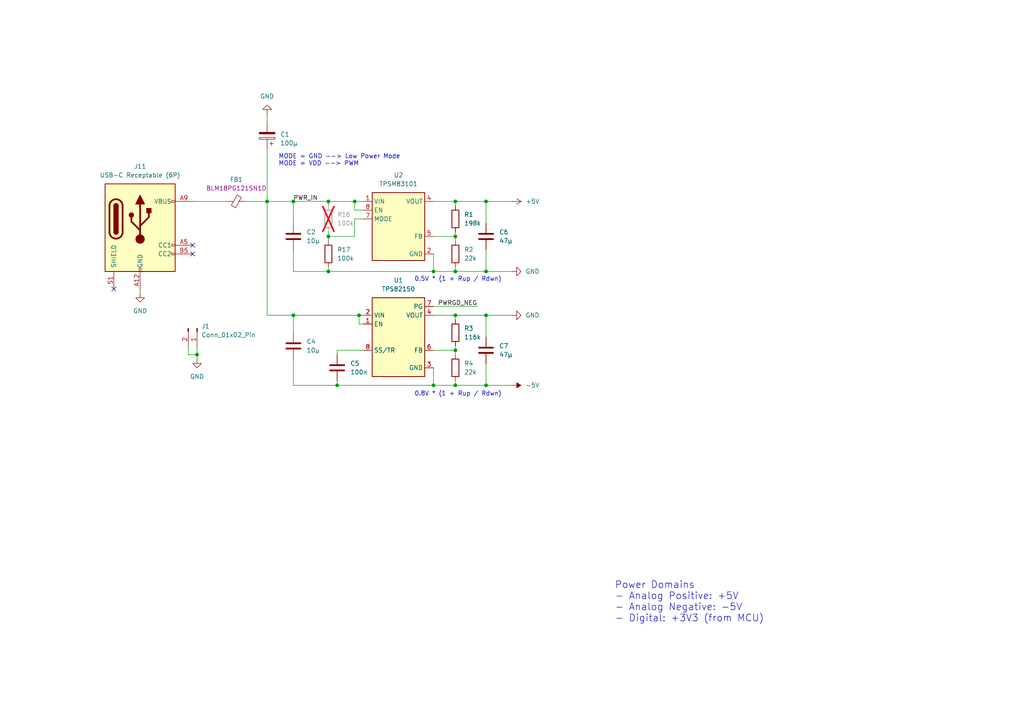
<source format=kicad_sch>
(kicad_sch (version 20231120) (generator "eeschema") (generator_version "8.0")
  (paper "A4")
  (lib_symbols
    (symbol "Connector:Conn_01x02_Pin" (pin_names (offset 1.016) hide)
      (property "Reference" "J" (at 0 2.54 0))
      (property "Value" "Conn_01x02_Pin" (at 0 -5.08 0))
      (symbol "Conn_01x02_Pin_1_1"
        (polyline (pts (xy 1.27 -2.54) (xy 0.8636 -2.54)) (stroke (width 0.1524)))
        (polyline (pts (xy 1.27 0) (xy 0.8636 0)) (stroke (width 0.1524)))
        (rectangle (start 0.8636 -2.413) (end 0 -2.667) (stroke (width 0.1524)) (fill (type outline)))
        (rectangle (start 0.8636 0.127) (end 0 -0.127) (stroke (width 0.1524)) (fill (type outline)))
        (pin passive line (at 5.08 0 180) (length 3.81) (name "Pin_1") (number "1"))
        (pin passive line (at 5.08 -2.54 180) (length 3.81) (name "Pin_2") (number "2"))
      )
    )
    (symbol "Device:C_Polarized" (pin_numbers hide) (pin_names (offset 0.254))
      (property "Reference" "C" (at 0.635 2.54 0))
      (property "Value" "C_Polarized" (at 0.635 -2.54 0))
      (symbol "C_Polarized_0_1"
        (rectangle (start -2.286 0.508) (end 2.286 1.016))
        (polyline (pts (xy -1.778 2.286) (xy -0.762 2.286)))
        (polyline (pts (xy -1.27 2.794) (xy -1.27 1.778)))
        (rectangle (start 2.286 -0.508) (end -2.286 -1.016) (fill (type outline)))
      )
      (symbol "C_Polarized_1_1"
        (pin passive line (at 0 3.81 270) (length 2.794) (name "~") (number "1"))
        (pin passive line (at 0 -3.81 90) (length 2.794) (name "~") (number "2"))
      )
    )
    (symbol "connectors:USB-C_6P" (pin_names (offset 1.016)) (exclude_from_sim yes)
      (property "Reference" "J" (at 0 16.51 0))
      (property "Value" "USB-C Receptable (6P)" (at 0 13.97 0))
      (symbol "USB-C_6P_0_0"
        (rectangle (start -0.254 -12.7) (end 0.254 -11.684))
        (rectangle (start 10.16 -7.366) (end 9.144 -7.874))
        (rectangle (start 10.16 -4.826) (end 9.144 -5.334))
        (rectangle (start 10.16 7.874) (end 9.144 7.366))
      )
      (symbol "USB-C_6P_0_1"
        (rectangle (start -10.16 12.7) (end 10.16 -12.7) (stroke (width 0.254)) (fill (type background)))
        (arc (start -8.89 -1.27) (mid -6.985 -3.1667) (end -5.08 -1.27) (stroke (width 0.508)))
        (arc (start -7.62 -1.27) (mid -6.985 -1.9023) (end -6.35 -1.27) (stroke (width 0.254)))
        (arc (start -7.62 -1.27) (mid -6.985 -1.9023) (end -6.35 -1.27) (stroke (width 0.254)) (fill (type outline)))
        (rectangle (start -7.62 -1.27) (end -6.35 6.35) (stroke (width 0.254)) (fill (type outline)))
        (arc (start -6.35 6.35) (mid -6.985 6.9823) (end -7.62 6.35) (stroke (width 0.254)))
        (arc (start -6.35 6.35) (mid -6.985 6.9823) (end -7.62 6.35) (stroke (width 0.254)) (fill (type outline)))
        (arc (start -5.08 6.35) (mid -6.985 8.2467) (end -8.89 6.35) (stroke (width 0.508)))
        (circle (center -2.54 3.683) (radius 0.635) (stroke (width 0.254)) (fill (type outline)))
        (circle (center 0 -3.302) (radius 1.27) (fill (type outline)))
        (polyline (pts (xy -8.89 -1.27) (xy -8.89 6.35)) (stroke (width 0.508)))
        (polyline (pts (xy -5.08 6.35) (xy -5.08 -1.27)) (stroke (width 0.508)))
        (polyline (pts (xy 0 -3.302) (xy 0 6.858)) (stroke (width 0.508)))
        (polyline (pts (xy 0 -0.762) (xy -2.54 1.778) (xy -2.54 3.048)) (stroke (width 0.508)))
        (polyline (pts (xy 0 0.508) (xy 2.54 3.048) (xy 2.54 4.318)) (stroke (width 0.508)))
        (polyline (pts (xy -1.27 6.858) (xy 0 9.398) (xy 1.27 6.858) (xy -1.27 6.858)) (stroke (width 0.254)) (fill (type outline)))
        (rectangle (start 1.905 4.318) (end 3.175 5.588) (stroke (width 0.254)) (fill (type outline)))
      )
      (symbol "USB-C_6P_1_1"
        (pin passive line (at 0 -17.78 90) (length 5.08) (name "GND") (number "A12"))
        (pin bidirectional line (at 15.24 -5.08 180) (length 5.08) (name "CC1") (number "A5"))
        (pin passive line (at 15.24 7.62 180) (length 5.08) (name "VBUS") (number "A9"))
        (pin passive line (at 0 -17.78 90) (length 5.08) hide (name "GND") (number "B12"))
        (pin bidirectional line (at 15.24 -7.62 180) (length 5.08) (name "CC2") (number "B5"))
        (pin passive line (at 15.24 7.62 180) (length 5.08) hide (name "VBUS") (number "B9"))
        (pin passive line (at -7.62 -17.78 90) (length 5.08) (name "SHIELD") (number "S1"))
      )
    )
    (symbol "passive:C0402" (pin_numbers hide) (pin_names (offset 0.254))
      (property "Reference" "C" (at 0.635 2.54 0))
      (property "Value" "C0402" (at 0.635 -2.54 0))
      (symbol "C0402_0_1"
        (polyline (pts (xy -2.032 -0.762) (xy 2.032 -0.762)) (stroke (width 0.508)))
        (polyline (pts (xy -2.032 0.762) (xy 2.032 0.762)) (stroke (width 0.508)))
      )
      (symbol "C0402_1_1"
        (pin passive line (at 0 3.81 270) (length 2.794) (name "~") (number "1"))
        (pin passive line (at 0 -3.81 90) (length 2.794) (name "~") (number "2"))
      )
    )
    (symbol "passive:C0805" (pin_numbers hide) (pin_names (offset 0.254))
      (property "Reference" "C" (at 0.635 2.54 0))
      (property "Value" "C0805" (at 0.635 -2.54 0))
      (symbol "C0805_0_1"
        (polyline (pts (xy -2.032 -0.762) (xy 2.032 -0.762)) (stroke (width 0.508)))
        (polyline (pts (xy -2.032 0.762) (xy 2.032 0.762)) (stroke (width 0.508)))
      )
      (symbol "C0805_1_1"
        (pin passive line (at 0 3.81 270) (length 2.794) (name "~") (number "1"))
        (pin passive line (at 0 -3.81 90) (length 2.794) (name "~") (number "2"))
      )
    )
    (symbol "passive:C1206" (pin_numbers hide) (pin_names (offset 0.254))
      (property "Reference" "C" (at 0.635 2.54 0))
      (property "Value" "C1206" (at 0.635 -2.54 0))
      (symbol "C1206_0_1"
        (polyline (pts (xy -2.032 -0.762) (xy 2.032 -0.762)) (stroke (width 0.508)))
        (polyline (pts (xy -2.032 0.762) (xy 2.032 0.762)) (stroke (width 0.508)))
      )
      (symbol "C1206_1_1"
        (pin passive line (at 0 3.81 270) (length 2.794) (name "~") (number "1"))
        (pin passive line (at 0 -3.81 90) (length 2.794) (name "~") (number "2"))
      )
    )
    (symbol "passive:FB_120Z_2A_0603" (pin_numbers hide) (pin_names hide)
      (property "Reference" "FB6" (at 3.175 3.175 0))
      (property "MPN" "BLM18PG121SN1D" (at 2.54 -3.81 0))
      (symbol "FB_120Z_2A_0603_0_1"
        (polyline (pts (xy 1.651 0) (xy 1.2446 0)))
        (polyline (pts (xy 3.81 0) (xy 3.3274 0)))
        (polyline (pts (xy 2.2606 -1.8288) (xy 1.0414 -1.1176) (xy 2.7432 1.8288) (xy 3.9624 1.1176) (xy 2.2606 -1.8288)))
      )
      (symbol "FB_120Z_2A_0603_1_1"
        (pin power_in line (at 0 0 0) (length 1.27) (name "~") (number "1"))
        (pin power_out line (at 5.08 0 180) (length 1.27) (name "~") (number "2"))
      )
    )
    (symbol "passive:R0402" (pin_numbers hide) (pin_names (offset 0))
      (property "Reference" "R" (at 2.032 0 90))
      (property "Value" "R" (at 0 0 90))
      (symbol "R0402_0_1"
        (rectangle (start -1.016 -2.54) (end 1.016 2.54) (stroke (width 0.254)))
      )
      (symbol "R0402_1_1"
        (pin passive line (at 0 3.81 270) (length 1.27) (name "~") (number "1"))
        (pin passive line (at 0 -3.81 90) (length 1.27) (name "~") (number "2"))
      )
    )
    (symbol "power:+5V" (power) (pin_numbers hide) (pin_names (offset 0) hide)
      (property "Value" "+5V" (at 0 3.556 0))
      (symbol "+5V_0_1"
        (polyline (pts (xy -0.762 1.27) (xy 0 2.54)))
        (polyline (pts (xy 0 0) (xy 0 2.54)))
        (polyline (pts (xy 0 2.54) (xy 0.762 1.27)))
      )
      (symbol "+5V_1_1"
        (pin power_in line (at 0 0 90) (length 0) (name "~") (number "1"))
      )
    )
    (symbol "power:-5V" (power) (pin_numbers hide) (pin_names (offset 0) hide)
      (property "Value" "-5V" (at 0 3.556 0))
      (symbol "-5V_0_0"
        (pin power_in line (at 0 0 90) (length 0) (name "~") (number "1"))
      )
      (symbol "-5V_0_1"
        (polyline (pts (xy 0 0) (xy 0 1.27) (xy 0.762 1.27) (xy 0 2.54) (xy -0.762 1.27) (xy 0 1.27)) (fill (type outline)))
      )
    )
    (symbol "power:GND" (power) (pin_numbers hide) (pin_names (offset 0) hide)
      (property "Value" "GND" (at 0 -3.81 0))
      (symbol "GND_0_1"
        (polyline (pts (xy 0 0) (xy 0 -1.27) (xy 1.27 -1.27) (xy 0 -2.54) (xy -1.27 -1.27) (xy 0 -1.27)))
      )
      (symbol "GND_1_1"
        (pin power_in line (at 0 0 270) (length 0) (name "~") (number "1"))
      )
    )
    (symbol "power_devices:TPS82150"
      (property "Reference" "U" (at 0 13.716 0))
      (property "Value" "TPS82150" (at 0.254 11.684 0))
      (symbol "TPS82150_0_1"
        (rectangle (start -7.62 10.16) (end 7.62 -12.7) (stroke (width 0.254)) (fill (type background)))
      )
      (symbol "TPS82150_1_1"
        (pin input line (at -10.16 2.54 0) (length 2.54) (name "EN") (number "1"))
        (pin power_in line (at -10.16 5.08 0) (length 2.54) (name "VIN") (number "2"))
        (pin passive line (at 10.16 -10.16 180) (length 2.54) (name "GND") (number "3"))
        (pin power_out line (at 10.16 5.08 180) (length 2.54) (name "VOUT") (number "4"))
        (pin passive line (at 10.16 5.08 180) (length 2.54) hide (name "VOUT") (number "5"))
        (pin input line (at 10.16 -5.08 180) (length 2.54) (name "FB") (number "6"))
        (pin open_collector line (at 10.16 7.62 180) (length 2.54) (name "PG") (number "7"))
        (pin input line (at -10.16 -5.08 0) (length 2.54) (name "SS/TR") (number "8"))
        (pin passive line (at 10.16 -10.16 180) (length 2.54) hide (name "GND") (number "9"))
      )
    )
    (symbol "power_devices:TPSM83100" (exclude_from_sim yes)
      (property "Reference" "U" (at 0 3.048 0))
      (property "Value" "TPSM8310x" (at 0 1.27 0))
      (symbol "TPSM83100_0_1"
        (rectangle (start -7.62 0) (end 7.62 -19.685) (stroke (width 0.254)) (fill (type background)))
      )
      (symbol "TPSM83100_1_1"
        (pin power_in line (at -10.16 -2.54 0) (length 2.54) (name "VIN") (number "1"))
        (pin passive line (at 10.16 -17.78 180) (length 2.54) (name "GND") (number "2"))
        (pin passive line (at 10.16 -17.78 180) (length 2.54) hide (name "GND") (number "3"))
        (pin power_out line (at 10.16 -2.54 180) (length 2.54) (name "VOUT") (number "4"))
        (pin input line (at 10.16 -12.7 180) (length 2.54) (name "FB") (number "5"))
        (pin passive line (at 10.16 -17.78 180) (length 2.54) hide (name "GND") (number "6"))
        (pin input line (at -10.16 -7.62 0) (length 2.54) (name "MODE") (number "7"))
        (pin input line (at -10.16 -5.08 0) (length 2.54) (name "EN") (number "8"))
      )
    )
  )
  (junction (at 125.73 111.76))
  (junction (at 132.08 78.74))
  (junction (at 132.08 101.6))
  (junction (at 85.09 91.44))
  (junction (at 140.97 91.44))
  (junction (at 57.15 102.87))
  (junction (at 140.97 111.76))
  (junction (at 132.08 58.42))
  (junction (at 95.25 78.74))
  (junction (at 104.14 91.44))
  (junction (at 132.08 91.44))
  (junction (at 95.25 68.58))
  (junction (at 132.08 68.58))
  (junction (at 95.25 58.42))
  (junction (at 132.08 111.76))
  (junction (at 102.87 58.42))
  (junction (at 97.79 111.76))
  (junction (at 85.09 58.42))
  (junction (at 140.97 58.42))
  (junction (at 77.47 58.42))
  (junction (at 140.97 78.74))
  (junction (at 125.73 78.74))
  (no_connect (at 33.02 83.82))
  (no_connect (at 55.88 73.66))
  (no_connect (at 55.88 71.12))
  (wire (pts (xy 148.59 111.76) (xy 140.97 111.76)))
  (wire (pts (xy 132.08 67.31) (xy 132.08 68.58)))
  (wire (pts (xy 85.09 91.44) (xy 104.14 91.44)))
  (wire (pts (xy 132.08 101.6) (xy 132.08 102.87)))
  (wire (pts (xy 132.08 68.58) (xy 132.08 69.85)))
  (wire (pts (xy 102.87 63.5) (xy 102.87 68.58)))
  (wire (pts (xy 95.25 78.74) (xy 125.73 78.74)))
  (wire (pts (xy 85.09 104.14) (xy 85.09 111.76)))
  (wire (pts (xy 140.97 91.44) (xy 148.59 91.44)))
  (wire (pts (xy 125.73 91.44) (xy 132.08 91.44)))
  (wire (pts (xy 85.09 91.44) (xy 85.09 96.52)))
  (wire (pts (xy 85.09 111.76) (xy 97.79 111.76)))
  (wire (pts (xy 105.41 63.5) (xy 102.87 63.5)))
  (wire (pts (xy 57.15 102.87) (xy 57.15 104.14)))
  (wire (pts (xy 132.08 58.42) (xy 132.08 59.69)))
  (wire (pts (xy 97.79 111.76) (xy 125.73 111.76)))
  (wire (pts (xy 102.87 60.96) (xy 105.41 60.96)))
  (wire (pts (xy 97.79 101.6) (xy 97.79 102.87)))
  (wire (pts (xy 132.08 91.44) (xy 140.97 91.44)))
  (wire (pts (xy 77.47 58.42) (xy 77.47 91.44)))
  (wire (pts (xy 132.08 78.74) (xy 140.97 78.74)))
  (wire (pts (xy 54.61 100.33) (xy 54.61 102.87)))
  (wire (pts (xy 95.25 67.31) (xy 95.25 68.58)))
  (wire (pts (xy 132.08 100.33) (xy 132.08 101.6)))
  (wire (pts (xy 132.08 91.44) (xy 132.08 92.71)))
  (wire (pts (xy 104.14 91.44) (xy 104.14 93.98)))
  (wire (pts (xy 55.88 58.42) (xy 66.04 58.42)))
  (wire (pts (xy 140.97 72.39) (xy 140.97 78.74)))
  (wire (pts (xy 97.79 101.6) (xy 105.41 101.6)))
  (wire (pts (xy 77.47 43.18) (xy 77.47 58.42)))
  (wire (pts (xy 125.73 106.68) (xy 125.73 111.76)))
  (wire (pts (xy 102.87 58.42) (xy 105.41 58.42)))
  (wire (pts (xy 85.09 64.77) (xy 85.09 58.42)))
  (wire (pts (xy 95.25 68.58) (xy 102.87 68.58)))
  (wire (pts (xy 125.73 68.58) (xy 132.08 68.58)))
  (wire (pts (xy 57.15 100.33) (xy 57.15 102.87)))
  (wire (pts (xy 140.97 97.79) (xy 140.97 91.44)))
  (wire (pts (xy 125.73 58.42) (xy 132.08 58.42)))
  (wire (pts (xy 85.09 78.74) (xy 95.25 78.74)))
  (wire (pts (xy 125.73 73.66) (xy 125.73 78.74)))
  (wire (pts (xy 71.12 58.42) (xy 77.47 58.42)))
  (wire (pts (xy 85.09 72.39) (xy 85.09 78.74)))
  (wire (pts (xy 95.25 58.42) (xy 102.87 58.42)))
  (wire (pts (xy 125.73 88.9) (xy 138.43 88.9)))
  (wire (pts (xy 104.14 91.44) (xy 105.41 91.44)))
  (wire (pts (xy 140.97 78.74) (xy 148.59 78.74)))
  (wire (pts (xy 95.25 68.58) (xy 95.25 69.85)))
  (wire (pts (xy 77.47 91.44) (xy 85.09 91.44)))
  (wire (pts (xy 77.47 33.02) (xy 77.47 35.56)))
  (wire (pts (xy 125.73 101.6) (xy 132.08 101.6)))
  (wire (pts (xy 105.41 93.98) (xy 104.14 93.98)))
  (wire (pts (xy 85.09 58.42) (xy 95.25 58.42)))
  (wire (pts (xy 54.61 102.87) (xy 57.15 102.87)))
  (wire (pts (xy 140.97 105.41) (xy 140.97 111.76)))
  (wire (pts (xy 140.97 111.76) (xy 132.08 111.76)))
  (wire (pts (xy 140.97 58.42) (xy 148.59 58.42)))
  (wire (pts (xy 77.47 58.42) (xy 85.09 58.42)))
  (wire (pts (xy 132.08 111.76) (xy 132.08 110.49)))
  (wire (pts (xy 125.73 78.74) (xy 132.08 78.74)))
  (wire (pts (xy 102.87 58.42) (xy 102.87 60.96)))
  (wire (pts (xy 95.25 77.47) (xy 95.25 78.74)))
  (wire (pts (xy 95.25 58.42) (xy 95.25 59.69)))
  (wire (pts (xy 140.97 64.77) (xy 140.97 58.42)))
  (wire (pts (xy 132.08 78.74) (xy 132.08 77.47)))
  (wire (pts (xy 132.08 58.42) (xy 140.97 58.42)))
  (wire (pts (xy 125.73 111.76) (xy 132.08 111.76)))
  (wire (pts (xy 40.64 83.82) (xy 40.64 85.09)))
  (wire (pts (xy 97.79 110.49) (xy 97.79 111.76)))
  (text "0.5V * (1 + Rup / Rdwn)" (at 132.842 81.026 0) (effects (font (size 1.27 1.27))))
  (text "0.8V * (1 + Rup / Rdwn)" (at 132.842 114.3 0) (effects (font (size 1.27 1.27))))
  (text "Power Domains\n- Analog Positive: +5V\n- Analog Negative: -5V\n- Digital: +3V3 (from MCU)" (at 178.308 180.594 0) (effects (font (size 2 2)) (justify left bottom)))
  (text "MODE = GND --> Low Power Mode\nMODE = VDD --> PWM" (at 80.772 48.26 0) (effects (font (size 1.27 1.27)) (justify left bottom)))
  (label "PWRGD_NEG" (at 138.43 88.9 180))
  (label "PWR_IN" (at 85.09 58.42 0))
  (symbol (lib_id "power_devices:TPSM83100") (at 115.57 55.88 0) (unit 1) (exclude_from_sim yes)
    (property "Reference" "U2" (at 115.57 50.8 0))
    (property "Value" "TPSM83101" (at 115.57 53.34 0))
    (property "Footprint" "custom_library:MICROSIP8_SIU_TEX" (effects (hide yes)))
    (property "Datasheet" "https://www.mouser.com/catalog/specsheets/TexasInstruments_9192024_TPSM83100_TPSM83101.pdf?_gl=1*1tgyw7g*_gcl_aw*R0NMLjE3MjczNDAwOTYuQ2owS0NRandqTlMzQmhDaEFSSXNBT3hCTTZxRHlnZHRhckptcEpvWjc4Ym5IbG95OF8zVkEzTTlhNDNEOVZRYVJKMmU0SU1iMzdSdDJpb2FBZ1RtRUFMd193Y0I.*_gcl_au*MTI4MDIxOTMzMC4xNzI0NDIyMzMx*_ga*MTIzMDI1MzYxNi4xNzI3MTI0Mjcx*_ga_15W4STQT4T*MTcyNzM0MDA5NS4yLjAuMTcyNzM0MDA5NS42MC4wLjA." (effects (hide yes)))
    (property "Description" "TPSM83100 and TPSM83101 1.5-A Output Current, Buck-Boost MicroSiP™ Power Module with Integrated Inductor" (effects (hide yes)))
  )
  (symbol (lib_id "passive:R0402") (at 132.08 106.68 0) (unit 1)
    (property "Reference" "R4" (at 134.62 105.4099 0) (effects (justify left)))
    (property "Value" "22k" (at 134.62 107.9499 0) (effects (justify left)))
    (property "Footprint" "Resistor_SMD:R_0402_1005Metric" (effects (hide yes)))
    (property "Description" "Resistor" (effects (hide yes)))
    (instances (project "" (path "" (reference "R4") (unit 1))) (project "biosignal_player_v2" (path "" (reference "R6") (unit 1))))
  )
  (symbol (lib_id "power_devices:TPS82150") (at 115.57 96.52 0) (unit 1)
    (property "Reference" "U1" (at 115.57 81.28 0))
    (property "Value" "TPS82150" (at 115.57 83.82 0))
    (property "Footprint" "custom_library:Texas_SIL0008D_MicroSiP-8-1EP_2.8x3mm_P0.65mm_EP1.1x1.9mm" (effects (hide yes)))
    (property "Datasheet" "http://www.ti.com/lit/ds/symlink/tps82150.pdf" (effects (hide yes)))
    (property "Description" "17V Input 1A Step-Down Converter MicroSiP Module with Integrated Inductor, μSiL-8" (effects (hide yes)))
  )
  (symbol (lib_id "passive:R0402") (at 95.25 63.5 0) (unit 1) (dnp yes)
    (property "Reference" "R16" (at 97.79 62.2299 0) (effects (justify left)))
    (property "Value" "100k" (at 97.79 64.7699 0) (effects (justify left)))
    (property "Footprint" "Resistor_SMD:R_0402_1005Metric" (effects (hide yes)))
    (property "Description" "Resistor" (effects (hide yes)))
  )
  (symbol (lib_id "passive:R0402") (at 95.25 73.66 0) (unit 1)
    (property "Reference" "R17" (at 97.79 72.3899 0) (effects (justify left)))
    (property "Value" "100k" (at 97.79 74.9299 0) (effects (justify left)))
    (property "Footprint" "Resistor_SMD:R_0402_1005Metric" (effects (hide yes)))
    (property "Description" "Resistor" (effects (hide yes)))
  )
  (symbol (lib_id "power:GND") (at 77.47 33.02 180) (unit 1)
    (property "Reference" "#PWR02" (effects (hide yes)))
    (property "Value" "GND" (at 77.47 27.94 0))
    (property "Description" "Power symbol creates a global label with name \"GND\" , ground" (effects (hide yes)))
  )
  (symbol (lib_id "passive:R0402") (at 132.08 63.5 0) (unit 1)
    (property "Reference" "R1" (at 134.62 62.2299 0) (effects (justify left)))
    (property "Value" "198k" (at 134.62 64.7699 0) (effects (justify left)))
    (property "Footprint" "Resistor_SMD:R_0402_1005Metric" (effects (hide yes)))
    (property "Description" "Resistor" (effects (hide yes)))
    (instances (project "" (path "" (reference "R1") (unit 1))) (project "" (path "" (reference "R3") (unit 1))))
  )
  (symbol (lib_id "connectors:USB-C_6P") (at 40.64 66.04 0) (unit 1) (exclude_from_sim yes)
    (property "Reference" "J11" (at 40.64 48.26 0))
    (property "Value" "USB-C Receptable (6P)" (at 40.64 50.8 0))
    (property "Footprint" "connectors:USB_C_Receptacle_6P" (effects (hide yes)))
    (property "Datasheet" "https://www.usb.org/sites/default/files/documents/usb_type-c.zip" (effects (hide yes)))
    (property "Description" "USB Power-Only 6P Type-C Receptacle connector" (effects (hide yes)))
  )
  (symbol (lib_id "power:GND") (at 148.59 91.44 90) (unit 1)
    (property "Reference" "#PWR05" (effects (hide yes)))
    (property "Value" "GND" (at 152.4 91.4399 90) (effects (justify right)))
    (property "Description" "Power symbol creates a global label with name \"GND\" , ground" (effects (hide yes)))
    (instances (project "" (path "" (reference "#PWR05") (unit 1))) (project "biosignal_player_v2" (path "" (reference "#PWR08") (unit 1))))
  )
  (symbol (lib_id "passive:R0402") (at 132.08 73.66 0) (unit 1)
    (property "Reference" "R2" (at 134.62 72.3899 0) (effects (justify left)))
    (property "Value" "22k" (at 134.62 74.9299 0) (effects (justify left)))
    (property "Footprint" "Resistor_SMD:R_0402_1005Metric" (effects (hide yes)))
    (property "Description" "Resistor" (effects (hide yes)))
    (instances (project "" (path "" (reference "R2") (unit 1))) (project "biosignal_player_v2" (path "" (reference "R4") (unit 1))))
  )
  (symbol (lib_id "Connector:Conn_01x02_Pin") (at 57.15 95.25 270) (unit 1)
    (property "Reference" "J1" (at 58.42 94.6149 90) (effects (justify left)))
    (property "Value" "Conn_01x02_Pin" (at 58.42 97.1549 90) (effects (justify left)))
    (property "Footprint" "Connector_PinHeader_2.54mm:PinHeader_1x02_P2.54mm_Vertical" (effects (hide yes)))
    (property "Description" "Generic connector, single row, 01x02, script generated" (effects (hide yes)))
  )
  (symbol (lib_id "power:+5V") (at 148.59 58.42 270) (unit 1)
    (property "Reference" "#PWR03" (effects (hide yes)))
    (property "Value" "+5V" (at 152.4 58.4199 90) (effects (justify left)))
    (property "Description" "Power symbol creates a global label with name \"+5V\"" (effects (hide yes)))
    (instances (project "" (path "" (reference "#PWR03") (unit 1))) (project "" (path "" (reference "#PWR06") (unit 1))))
  )
  (symbol (lib_id "passive:C0402") (at 97.79 106.68 0) (unit 1)
    (property "Reference" "C5" (at 101.6 105.4099 0) (effects (justify left)))
    (property "Value" "100n" (at 101.6 107.9499 0) (effects (justify left)))
    (property "Footprint" "Capacitor_SMD:C_0402_1005Metric" (effects (hide yes)))
    (property "Description" "Unpolarized capacitor" (effects (hide yes)))
  )
  (symbol (lib_id "passive:C0805") (at 85.09 100.33 0) (unit 1)
    (property "Reference" "C4" (at 88.9 99.0599 0) (effects (justify left)))
    (property "Value" "10µ" (at 88.9 101.5999 0) (effects (justify left)))
    (property "Footprint" "Capacitor_SMD:C_0805_2012Metric" (effects (hide yes)))
    (property "Description" "Unpolarized capacitor" (effects (hide yes)))
  )
  (symbol (lib_id "power:GND") (at 57.15 104.14 0) (unit 1)
    (property "Reference" "#PWR08" (effects (hide yes)))
    (property "Value" "GND" (at 57.15 109.22 0))
    (property "Description" "Power symbol creates a global label with name \"GND\" , ground" (effects (hide yes)))
  )
  (symbol (lib_id "Device:C_Polarized") (at 77.47 39.37 180) (unit 1)
    (property "Reference" "C1" (at 81.28 38.9889 0) (effects (justify right)))
    (property "Value" "100µ" (at 81.28 41.5289 0) (effects (justify right)))
    (property "Footprint" "Capacitor_SMD:CP_Elec_4x3" (effects (hide yes)))
    (property "Description" "Polarized capacitor" (effects (hide yes)))
  )
  (symbol (lib_id "passive:C1206") (at 140.97 101.6 0) (unit 1)
    (property "Reference" "C7" (at 144.78 100.3299 0) (effects (justify left)))
    (property "Value" "47µ" (at 144.78 102.8699 0) (effects (justify left)))
    (property "Footprint" "Capacitor_SMD:C_1206_3216Metric" (effects (hide yes)))
    (property "Description" "Unpolarized capacitor" (effects (hide yes)))
  )
  (symbol (lib_id "passive:FB_120Z_2A_0603") (at 66.04 58.42 0) (unit 1)
    (property "Reference" "FB1" (at 68.5419 52.07 0))
    (property "Value" "FB_120Z_2A_0603" (effects (hide yes)))
    (property "Footprint" "Inductor_SMD:L_0603_1608Metric" (effects (hide yes)))
    (property "Datasheet" "https://www.murata.com/en-us/products/productdata/8796738650142/ENFA0003.pdf" (effects (hide yes)))
    (property "MPN" "BLM18PG121SN1D" (at 68.5419 54.61 0))
    (property "Manufacturer" "Murata" (effects (hide yes)))
    (property "Author" "Antmicro" (effects (hide yes)))
    (property "License" "Apache-2.0" (effects (hide yes)))
  )
  (symbol (lib_id "passive:C0805") (at 85.09 68.58 0) (unit 1)
    (property "Reference" "C2" (at 88.9 67.3099 0) (effects (justify left)))
    (property "Value" "10µ" (at 88.9 69.8499 0) (effects (justify left)))
    (property "Footprint" "Capacitor_SMD:C_0805_2012Metric" (effects (hide yes)))
    (property "Description" "Unpolarized capacitor" (effects (hide yes)))
  )
  (symbol (lib_id "power:-5V") (at 148.59 111.76 270) (unit 1)
    (property "Reference" "#PWR06" (effects (hide yes)))
    (property "Value" "-5V" (at 152.4 111.7599 90) (effects (justify left)))
    (property "Description" "Power symbol creates a global label with name \"-5V\"" (effects (hide yes)))
    (instances (project "" (path "" (reference "#PWR06") (unit 1))) (project "" (path "" (reference "#PWR09") (unit 1))))
  )
  (symbol (lib_id "power:GND") (at 40.64 85.09 0) (unit 1)
    (property "Reference" "#PWR012" (effects (hide yes)))
    (property "Value" "GND" (at 40.64 90.17 0))
    (property "Description" "Power symbol creates a global label with name \"GND\" , ground" (effects (hide yes)))
  )
  (symbol (lib_id "passive:R0402") (at 132.08 96.52 0) (unit 1)
    (property "Reference" "R3" (at 134.62 95.2499 0) (effects (justify left)))
    (property "Value" "116k" (at 134.62 97.7899 0) (effects (justify left)))
    (property "Footprint" "Resistor_SMD:R_0402_1005Metric" (effects (hide yes)))
    (property "Description" "Resistor" (effects (hide yes)))
    (instances (project "" (path "" (reference "R3") (unit 1))) (project "biosignal_player_v2" (path "" (reference "R5") (unit 1))))
  )
  (symbol (lib_id "power:GND") (at 148.59 78.74 90) (unit 1)
    (property "Reference" "#PWR04" (effects (hide yes)))
    (property "Value" "GND" (at 152.4 78.7399 90) (effects (justify right)))
    (property "Description" "Power symbol creates a global label with name \"GND\" , ground" (effects (hide yes)))
    (instances (project "" (path "" (reference "#PWR04") (unit 1))) (project "biosignal_player_v2" (path "" (reference "#PWR07") (unit 1))))
  )
  (symbol (lib_id "passive:C1206") (at 140.97 68.58 0) (unit 1)
    (property "Reference" "C6" (at 144.78 67.3099 0) (effects (justify left)))
    (property "Value" "47µ" (at 144.78 69.8499 0) (effects (justify left)))
    (property "Footprint" "Capacitor_SMD:C_1206_3216Metric" (effects (hide yes)))
    (property "Description" "Unpolarized capacitor" (effects (hide yes)))
  )
)
</source>
